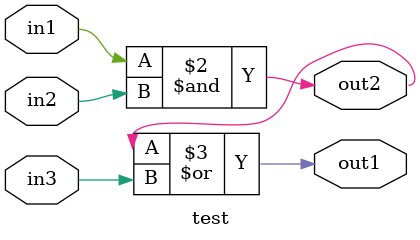
<source format=v>
module test(input in1, in2, in3, output reg out1, out2);

always @(in1 or in2 or in3) begin
    out1 = in1&in2;
	out2 = out1;
	out1 = out2 | in3;
end
endmodule

</source>
